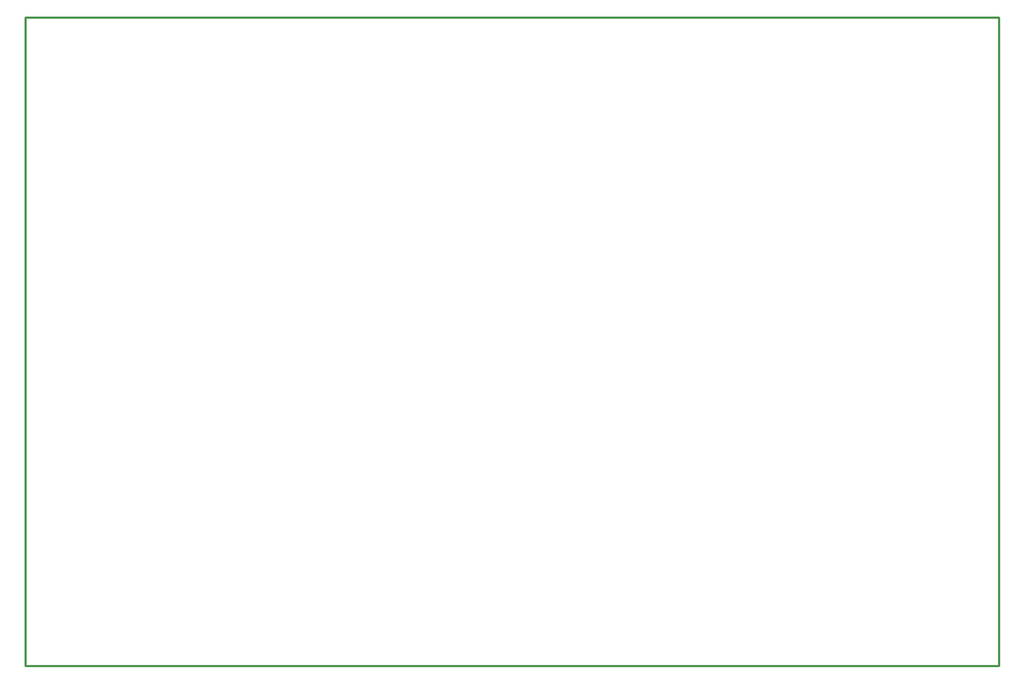
<source format=gm1>
G04 Layer_Color=16711935*
%FSLAX25Y25*%
%MOIN*%
G70*
G01*
G75*
%ADD10C,0.01000*%
D10*
X0Y0D02*
Y300000D01*
X450000D01*
Y0D02*
Y300000D01*
X0Y0D02*
X450000D01*
M02*

</source>
